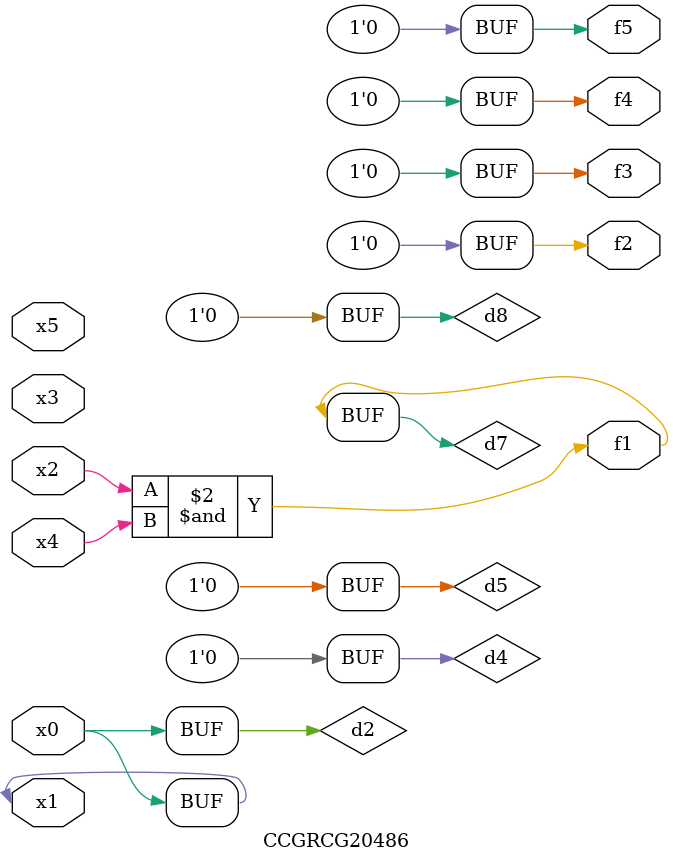
<source format=v>
module CCGRCG20486(
	input x0, x1, x2, x3, x4, x5,
	output f1, f2, f3, f4, f5
);

	wire d1, d2, d3, d4, d5, d6, d7, d8, d9;

	nand (d1, x1);
	buf (d2, x0, x1);
	nand (d3, x2, x4);
	and (d4, d1, d2);
	and (d5, d1, d2);
	nand (d6, d1, d3);
	not (d7, d3);
	xor (d8, d5);
	nor (d9, d5, d6);
	assign f1 = d7;
	assign f2 = d8;
	assign f3 = d8;
	assign f4 = d8;
	assign f5 = d8;
endmodule

</source>
